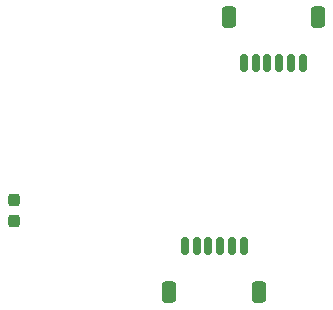
<source format=gbr>
%TF.GenerationSoftware,KiCad,Pcbnew,9.0.3*%
%TF.CreationDate,2025-07-21T23:12:44+12:00*%
%TF.ProjectId,SPI-POWER-INJECTOR,5350492d-504f-4574-9552-2d494e4a4543,rev?*%
%TF.SameCoordinates,Original*%
%TF.FileFunction,Paste,Top*%
%TF.FilePolarity,Positive*%
%FSLAX46Y46*%
G04 Gerber Fmt 4.6, Leading zero omitted, Abs format (unit mm)*
G04 Created by KiCad (PCBNEW 9.0.3) date 2025-07-21 23:12:44*
%MOMM*%
%LPD*%
G01*
G04 APERTURE LIST*
G04 Aperture macros list*
%AMRoundRect*
0 Rectangle with rounded corners*
0 $1 Rounding radius*
0 $2 $3 $4 $5 $6 $7 $8 $9 X,Y pos of 4 corners*
0 Add a 4 corners polygon primitive as box body*
4,1,4,$2,$3,$4,$5,$6,$7,$8,$9,$2,$3,0*
0 Add four circle primitives for the rounded corners*
1,1,$1+$1,$2,$3*
1,1,$1+$1,$4,$5*
1,1,$1+$1,$6,$7*
1,1,$1+$1,$8,$9*
0 Add four rect primitives between the rounded corners*
20,1,$1+$1,$2,$3,$4,$5,0*
20,1,$1+$1,$4,$5,$6,$7,0*
20,1,$1+$1,$6,$7,$8,$9,0*
20,1,$1+$1,$8,$9,$2,$3,0*%
G04 Aperture macros list end*
%ADD10RoundRect,0.150000X-0.150000X-0.600000X0.150000X-0.600000X0.150000X0.600000X-0.150000X0.600000X0*%
%ADD11RoundRect,0.250000X-0.350000X-0.650000X0.350000X-0.650000X0.350000X0.650000X-0.350000X0.650000X0*%
%ADD12RoundRect,0.150000X0.150000X0.600000X-0.150000X0.600000X-0.150000X-0.600000X0.150000X-0.600000X0*%
%ADD13RoundRect,0.250000X0.350000X0.650000X-0.350000X0.650000X-0.350000X-0.650000X0.350000X-0.650000X0*%
%ADD14RoundRect,0.237500X-0.237500X0.287500X-0.237500X-0.287500X0.237500X-0.287500X0.237500X0.287500X0*%
G04 APERTURE END LIST*
D10*
%TO.C,REF\u002A\u002A*%
X152000000Y-96975000D03*
X153000000Y-96975000D03*
X154000000Y-96975000D03*
X155000000Y-96975000D03*
X156000000Y-96975000D03*
X157000000Y-96975000D03*
D11*
X150700000Y-100875000D03*
X158300000Y-100875000D03*
%TD*%
D12*
%TO.C,SPI IN*%
X162000000Y-81525000D03*
X161000000Y-81525000D03*
X160000000Y-81525000D03*
X159000000Y-81525000D03*
X158000000Y-81525000D03*
X157000000Y-81525000D03*
D13*
X163300000Y-77625000D03*
X155700000Y-77625000D03*
%TD*%
D14*
%TO.C,FUSE_2A*%
X137500000Y-93125000D03*
X137500000Y-94875000D03*
%TD*%
M02*

</source>
